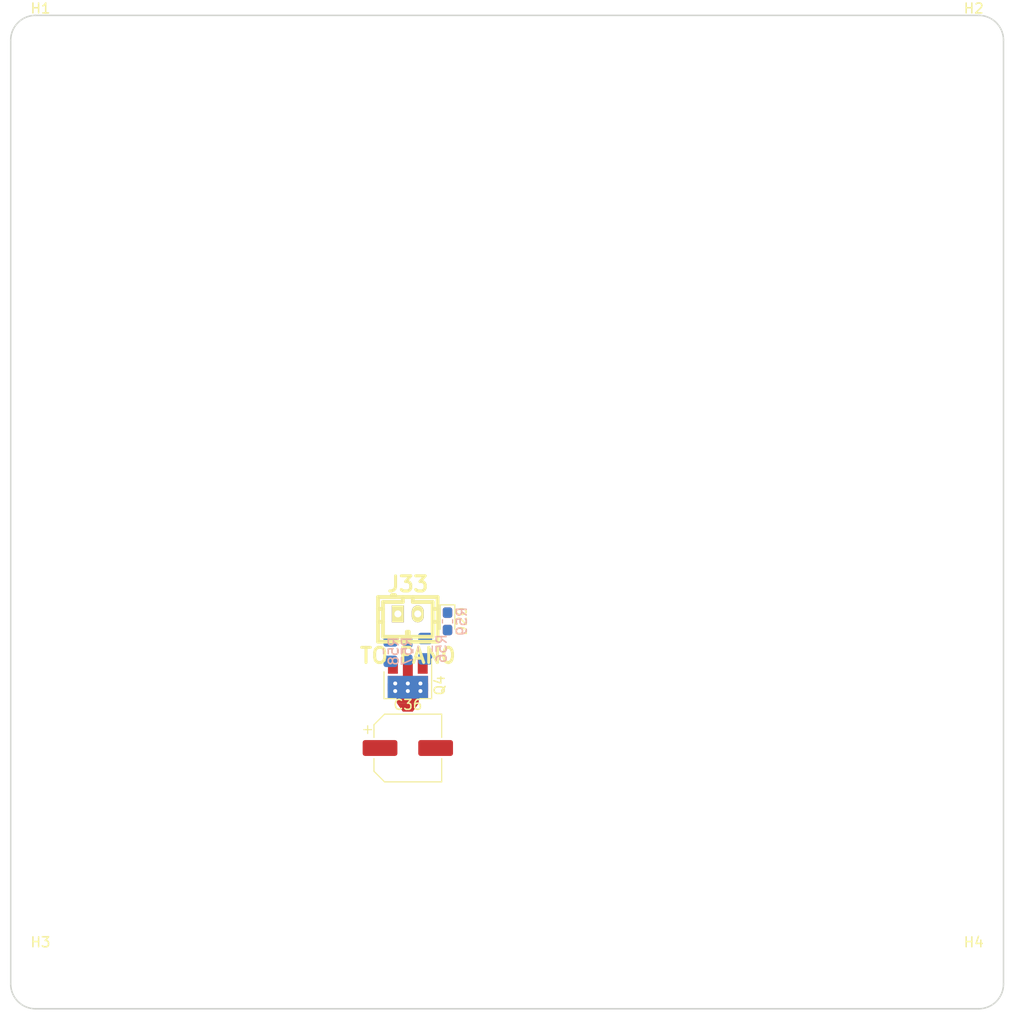
<source format=kicad_pcb>
(kicad_pcb (version 20171130) (host pcbnew 5.0.2-bee76a0~70~ubuntu18.04.1)

  (general
    (thickness 1.6)
    (drawings 8)
    (tracks 0)
    (zones 0)
    (modules 12)
    (nets 8)
  )

  (page A4)
  (layers
    (0 F.Cu signal)
    (31 B.Cu signal)
    (32 B.Adhes user)
    (33 F.Adhes user)
    (34 B.Paste user)
    (35 F.Paste user)
    (36 B.SilkS user)
    (37 F.SilkS user)
    (38 B.Mask user)
    (39 F.Mask user)
    (40 Dwgs.User user)
    (41 Cmts.User user)
    (42 Eco1.User user)
    (43 Eco2.User user)
    (44 Edge.Cuts user)
    (45 Margin user)
    (46 B.CrtYd user)
    (47 F.CrtYd user)
    (48 B.Fab user)
    (49 F.Fab user)
  )

  (setup
    (last_trace_width 0.25)
    (trace_clearance 0.2)
    (zone_clearance 0.508)
    (zone_45_only no)
    (trace_min 0.2)
    (segment_width 0.2)
    (edge_width 0.1)
    (via_size 0.8)
    (via_drill 0.4)
    (via_min_size 0.4)
    (via_min_drill 0.3)
    (uvia_size 0.3)
    (uvia_drill 0.1)
    (uvias_allowed no)
    (uvia_min_size 0.2)
    (uvia_min_drill 0.1)
    (pcb_text_width 0.3)
    (pcb_text_size 1.5 1.5)
    (mod_edge_width 0.15)
    (mod_text_size 1 1)
    (mod_text_width 0.15)
    (pad_size 1.5 1.5)
    (pad_drill 0.6)
    (pad_to_mask_clearance 0)
    (solder_mask_min_width 0.25)
    (aux_axis_origin 0 0)
    (visible_elements FFFFFF7F)
    (pcbplotparams
      (layerselection 0x010fc_ffffffff)
      (usegerberextensions false)
      (usegerberattributes false)
      (usegerberadvancedattributes false)
      (creategerberjobfile false)
      (excludeedgelayer true)
      (linewidth 0.100000)
      (plotframeref false)
      (viasonmask false)
      (mode 1)
      (useauxorigin false)
      (hpglpennumber 1)
      (hpglpenspeed 20)
      (hpglpendiameter 15.000000)
      (psnegative false)
      (psa4output false)
      (plotreference true)
      (plotvalue true)
      (plotinvisibletext false)
      (padsonsilk false)
      (subtractmaskfromsilk false)
      (outputformat 1)
      (mirror false)
      (drillshape 1)
      (scaleselection 1)
      (outputdirectory ""))
  )

  (net 0 "")
  (net 1 GND)
  (net 2 +12V)
  (net 3 "Net-(D20-Pad1)")
  (net 4 "Net-(Q4-Pad2)")
  (net 5 "Net-(Q4-Pad1)")
  (net 6 /FANS/FAN0/FAN_EN)
  (net 7 "Net-(D20-Pad2)")

  (net_class Default "This is the default net class."
    (clearance 0.2)
    (trace_width 0.25)
    (via_dia 0.8)
    (via_drill 0.4)
    (uvia_dia 0.3)
    (uvia_drill 0.1)
    (add_net +12V)
    (add_net /FANS/FAN0/FAN_EN)
    (add_net GND)
    (add_net "Net-(D20-Pad1)")
    (add_net "Net-(D20-Pad2)")
    (add_net "Net-(Q4-Pad1)")
    (add_net "Net-(Q4-Pad2)")
  )

  (module Capacitor_SMD:CP_Elec_6.3x5.3 (layer F.Cu) (tedit 5BCA39D0) (tstamp 5CCAABF5)
    (at 40 73.75)
    (descr "SMD capacitor, aluminum electrolytic, Cornell Dubilier, 6.3x5.3mm")
    (tags "capacitor electrolytic")
    (path /5CC2401E/5CC242A1/5CC8A040)
    (attr smd)
    (fp_text reference C36 (at 0 -4.35) (layer F.SilkS)
      (effects (font (size 1 1) (thickness 0.15)))
    )
    (fp_text value CP100uf,16V (at 0 4.35) (layer F.Fab)
      (effects (font (size 1 1) (thickness 0.15)))
    )
    (fp_circle (center 0 0) (end 3.15 0) (layer F.Fab) (width 0.1))
    (fp_line (start 3.3 -3.3) (end 3.3 3.3) (layer F.Fab) (width 0.1))
    (fp_line (start -2.3 -3.3) (end 3.3 -3.3) (layer F.Fab) (width 0.1))
    (fp_line (start -2.3 3.3) (end 3.3 3.3) (layer F.Fab) (width 0.1))
    (fp_line (start -3.3 -2.3) (end -3.3 2.3) (layer F.Fab) (width 0.1))
    (fp_line (start -3.3 -2.3) (end -2.3 -3.3) (layer F.Fab) (width 0.1))
    (fp_line (start -3.3 2.3) (end -2.3 3.3) (layer F.Fab) (width 0.1))
    (fp_line (start -2.704838 -1.33) (end -2.074838 -1.33) (layer F.Fab) (width 0.1))
    (fp_line (start -2.389838 -1.645) (end -2.389838 -1.015) (layer F.Fab) (width 0.1))
    (fp_line (start 3.41 3.41) (end 3.41 1.06) (layer F.SilkS) (width 0.12))
    (fp_line (start 3.41 -3.41) (end 3.41 -1.06) (layer F.SilkS) (width 0.12))
    (fp_line (start -2.345563 -3.41) (end 3.41 -3.41) (layer F.SilkS) (width 0.12))
    (fp_line (start -2.345563 3.41) (end 3.41 3.41) (layer F.SilkS) (width 0.12))
    (fp_line (start -3.41 2.345563) (end -3.41 1.06) (layer F.SilkS) (width 0.12))
    (fp_line (start -3.41 -2.345563) (end -3.41 -1.06) (layer F.SilkS) (width 0.12))
    (fp_line (start -3.41 -2.345563) (end -2.345563 -3.41) (layer F.SilkS) (width 0.12))
    (fp_line (start -3.41 2.345563) (end -2.345563 3.41) (layer F.SilkS) (width 0.12))
    (fp_line (start -4.4375 -1.8475) (end -3.65 -1.8475) (layer F.SilkS) (width 0.12))
    (fp_line (start -4.04375 -2.24125) (end -4.04375 -1.45375) (layer F.SilkS) (width 0.12))
    (fp_line (start 3.55 -3.55) (end 3.55 -1.05) (layer F.CrtYd) (width 0.05))
    (fp_line (start 3.55 -1.05) (end 4.8 -1.05) (layer F.CrtYd) (width 0.05))
    (fp_line (start 4.8 -1.05) (end 4.8 1.05) (layer F.CrtYd) (width 0.05))
    (fp_line (start 4.8 1.05) (end 3.55 1.05) (layer F.CrtYd) (width 0.05))
    (fp_line (start 3.55 1.05) (end 3.55 3.55) (layer F.CrtYd) (width 0.05))
    (fp_line (start -2.4 3.55) (end 3.55 3.55) (layer F.CrtYd) (width 0.05))
    (fp_line (start -2.4 -3.55) (end 3.55 -3.55) (layer F.CrtYd) (width 0.05))
    (fp_line (start -3.55 2.4) (end -2.4 3.55) (layer F.CrtYd) (width 0.05))
    (fp_line (start -3.55 -2.4) (end -2.4 -3.55) (layer F.CrtYd) (width 0.05))
    (fp_line (start -3.55 -2.4) (end -3.55 -1.05) (layer F.CrtYd) (width 0.05))
    (fp_line (start -3.55 1.05) (end -3.55 2.4) (layer F.CrtYd) (width 0.05))
    (fp_line (start -3.55 -1.05) (end -4.8 -1.05) (layer F.CrtYd) (width 0.05))
    (fp_line (start -4.8 -1.05) (end -4.8 1.05) (layer F.CrtYd) (width 0.05))
    (fp_line (start -4.8 1.05) (end -3.55 1.05) (layer F.CrtYd) (width 0.05))
    (fp_text user %R (at 0 0) (layer F.Fab)
      (effects (font (size 1 1) (thickness 0.15)))
    )
    (pad 1 smd roundrect (at -2.8 0) (size 3.5 1.6) (layers F.Cu F.Paste F.Mask) (roundrect_rratio 0.15625)
      (net 2 +12V))
    (pad 2 smd roundrect (at 2.8 0) (size 3.5 1.6) (layers F.Cu F.Paste F.Mask) (roundrect_rratio 0.15625)
      (net 1 GND))
    (model ${KISYS3DMOD}/Capacitor_SMD.3dshapes/CP_Elec_6.3x5.3.wrl
      (at (xyz 0 0 0))
      (scale (xyz 1 1 1))
      (rotate (xyz 0 0 0))
    )
  )

  (module LED_SMD:LED_0603_1608Metric_Pad1.05x0.95mm_HandSolder (layer F.Cu) (tedit 5B4B45C9) (tstamp 5CCAA54C)
    (at 44 61 270)
    (descr "LED SMD 0603 (1608 Metric), square (rectangular) end terminal, IPC_7351 nominal, (Body size source: http://www.tortai-tech.com/upload/download/2011102023233369053.pdf), generated with kicad-footprint-generator")
    (tags "LED handsolder")
    (path /5CC2401E/5CC242A1/5CC8A044)
    (attr smd)
    (fp_text reference D20 (at 0 -1.43 270) (layer F.SilkS)
      (effects (font (size 1 1) (thickness 0.15)))
    )
    (fp_text value LED_BLUE,0603 (at 0 1.43 270) (layer F.Fab)
      (effects (font (size 1 1) (thickness 0.15)))
    )
    (fp_line (start 0.8 -0.4) (end -0.5 -0.4) (layer F.Fab) (width 0.1))
    (fp_line (start -0.5 -0.4) (end -0.8 -0.1) (layer F.Fab) (width 0.1))
    (fp_line (start -0.8 -0.1) (end -0.8 0.4) (layer F.Fab) (width 0.1))
    (fp_line (start -0.8 0.4) (end 0.8 0.4) (layer F.Fab) (width 0.1))
    (fp_line (start 0.8 0.4) (end 0.8 -0.4) (layer F.Fab) (width 0.1))
    (fp_line (start 0.8 -0.735) (end -1.66 -0.735) (layer F.SilkS) (width 0.12))
    (fp_line (start -1.66 -0.735) (end -1.66 0.735) (layer F.SilkS) (width 0.12))
    (fp_line (start -1.66 0.735) (end 0.8 0.735) (layer F.SilkS) (width 0.12))
    (fp_line (start -1.65 0.73) (end -1.65 -0.73) (layer F.CrtYd) (width 0.05))
    (fp_line (start -1.65 -0.73) (end 1.65 -0.73) (layer F.CrtYd) (width 0.05))
    (fp_line (start 1.65 -0.73) (end 1.65 0.73) (layer F.CrtYd) (width 0.05))
    (fp_line (start 1.65 0.73) (end -1.65 0.73) (layer F.CrtYd) (width 0.05))
    (fp_text user %R (at 0 0 270) (layer F.Fab)
      (effects (font (size 0.4 0.4) (thickness 0.06)))
    )
    (pad 1 smd roundrect (at -0.875 0 270) (size 1.05 0.95) (layers F.Cu F.Paste F.Mask) (roundrect_rratio 0.25)
      (net 3 "Net-(D20-Pad1)"))
    (pad 2 smd roundrect (at 0.875 0 270) (size 1.05 0.95) (layers F.Cu F.Paste F.Mask) (roundrect_rratio 0.25)
      (net 7 "Net-(D20-Pad2)"))
    (model ${KISYS3DMOD}/LED_SMD.3dshapes/LED_0603_1608Metric.wrl
      (at (xyz 0 0 0))
      (scale (xyz 1 1 1))
      (rotate (xyz 0 0 0))
    )
  )

  (module Resistor_SMD:R_0603_1608Metric_Pad1.05x0.95mm_HandSolder (layer B.Cu) (tedit 5B301BBD) (tstamp 5CCA9F6B)
    (at 40 64 270)
    (descr "Resistor SMD 0603 (1608 Metric), square (rectangular) end terminal, IPC_7351 nominal with elongated pad for handsoldering. (Body size source: http://www.tortai-tech.com/upload/download/2011102023233369053.pdf), generated with kicad-footprint-generator")
    (tags "resistor handsolder")
    (path /5CC2401E/5CC242A1/5CC8A048)
    (attr smd)
    (fp_text reference R58 (at 0 1.43 270) (layer B.SilkS)
      (effects (font (size 1 1) (thickness 0.15)) (justify mirror))
    )
    (fp_text value R100,0603 (at 0 -1.43 270) (layer B.Fab)
      (effects (font (size 1 1) (thickness 0.15)) (justify mirror))
    )
    (fp_text user %R (at 0 0 270) (layer B.Fab)
      (effects (font (size 0.4 0.4) (thickness 0.06)) (justify mirror))
    )
    (fp_line (start 1.65 -0.73) (end -1.65 -0.73) (layer B.CrtYd) (width 0.05))
    (fp_line (start 1.65 0.73) (end 1.65 -0.73) (layer B.CrtYd) (width 0.05))
    (fp_line (start -1.65 0.73) (end 1.65 0.73) (layer B.CrtYd) (width 0.05))
    (fp_line (start -1.65 -0.73) (end -1.65 0.73) (layer B.CrtYd) (width 0.05))
    (fp_line (start -0.171267 -0.51) (end 0.171267 -0.51) (layer B.SilkS) (width 0.12))
    (fp_line (start -0.171267 0.51) (end 0.171267 0.51) (layer B.SilkS) (width 0.12))
    (fp_line (start 0.8 -0.4) (end -0.8 -0.4) (layer B.Fab) (width 0.1))
    (fp_line (start 0.8 0.4) (end 0.8 -0.4) (layer B.Fab) (width 0.1))
    (fp_line (start -0.8 0.4) (end 0.8 0.4) (layer B.Fab) (width 0.1))
    (fp_line (start -0.8 -0.4) (end -0.8 0.4) (layer B.Fab) (width 0.1))
    (pad 2 smd roundrect (at 0.875 0 270) (size 1.05 0.95) (layers B.Cu B.Paste B.Mask) (roundrect_rratio 0.25)
      (net 4 "Net-(Q4-Pad2)"))
    (pad 1 smd roundrect (at -0.875 0 270) (size 1.05 0.95) (layers B.Cu B.Paste B.Mask) (roundrect_rratio 0.25)
      (net 3 "Net-(D20-Pad1)"))
    (model ${KISYS3DMOD}/Resistor_SMD.3dshapes/R_0603_1608Metric.wrl
      (at (xyz 0 0 0))
      (scale (xyz 1 1 1))
      (rotate (xyz 0 0 0))
    )
  )

  (module Resistor_SMD:R_0603_1608Metric_Pad1.05x0.95mm_HandSolder (layer B.Cu) (tedit 5B301BBD) (tstamp 5CCA9F5A)
    (at 44 61 90)
    (descr "Resistor SMD 0603 (1608 Metric), square (rectangular) end terminal, IPC_7351 nominal with elongated pad for handsoldering. (Body size source: http://www.tortai-tech.com/upload/download/2011102023233369053.pdf), generated with kicad-footprint-generator")
    (tags "resistor handsolder")
    (path /5CC2401E/5CC242A1/5CC8A037)
    (attr smd)
    (fp_text reference R59 (at 0 1.43 90) (layer B.SilkS)
      (effects (font (size 1 1) (thickness 0.15)) (justify mirror))
    )
    (fp_text value R182,0603 (at 0 -1.43 90) (layer B.Fab)
      (effects (font (size 1 1) (thickness 0.15)) (justify mirror))
    )
    (fp_line (start -0.8 -0.4) (end -0.8 0.4) (layer B.Fab) (width 0.1))
    (fp_line (start -0.8 0.4) (end 0.8 0.4) (layer B.Fab) (width 0.1))
    (fp_line (start 0.8 0.4) (end 0.8 -0.4) (layer B.Fab) (width 0.1))
    (fp_line (start 0.8 -0.4) (end -0.8 -0.4) (layer B.Fab) (width 0.1))
    (fp_line (start -0.171267 0.51) (end 0.171267 0.51) (layer B.SilkS) (width 0.12))
    (fp_line (start -0.171267 -0.51) (end 0.171267 -0.51) (layer B.SilkS) (width 0.12))
    (fp_line (start -1.65 -0.73) (end -1.65 0.73) (layer B.CrtYd) (width 0.05))
    (fp_line (start -1.65 0.73) (end 1.65 0.73) (layer B.CrtYd) (width 0.05))
    (fp_line (start 1.65 0.73) (end 1.65 -0.73) (layer B.CrtYd) (width 0.05))
    (fp_line (start 1.65 -0.73) (end -1.65 -0.73) (layer B.CrtYd) (width 0.05))
    (fp_text user %R (at 0 0 90) (layer B.Fab)
      (effects (font (size 0.4 0.4) (thickness 0.06)) (justify mirror))
    )
    (pad 1 smd roundrect (at -0.875 0 90) (size 1.05 0.95) (layers B.Cu B.Paste B.Mask) (roundrect_rratio 0.25)
      (net 7 "Net-(D20-Pad2)"))
    (pad 2 smd roundrect (at 0.875 0 90) (size 1.05 0.95) (layers B.Cu B.Paste B.Mask) (roundrect_rratio 0.25)
      (net 2 +12V))
    (model ${KISYS3DMOD}/Resistor_SMD.3dshapes/R_0603_1608Metric.wrl
      (at (xyz 0 0 0))
      (scale (xyz 1 1 1))
      (rotate (xyz 0 0 0))
    )
  )

  (module Resistor_SMD:R_0805_2012Metric_Pad1.15x1.40mm_HandSolder (layer B.Cu) (tedit 5B36C52B) (tstamp 5CCA9F16)
    (at 41.75 63.75 90)
    (descr "Resistor SMD 0805 (2012 Metric), square (rectangular) end terminal, IPC_7351 nominal with elongated pad for handsoldering. (Body size source: https://docs.google.com/spreadsheets/d/1BsfQQcO9C6DZCsRaXUlFlo91Tg2WpOkGARC1WS5S8t0/edit?usp=sharing), generated with kicad-footprint-generator")
    (tags "resistor handsolder")
    (path /5CC2401E/5CC242A1/5CC8A042)
    (attr smd)
    (fp_text reference R56 (at 0 1.65 90) (layer B.SilkS)
      (effects (font (size 1 1) (thickness 0.15)) (justify mirror))
    )
    (fp_text value R100,0805 (at 0 -1.65 90) (layer B.Fab)
      (effects (font (size 1 1) (thickness 0.15)) (justify mirror))
    )
    (fp_line (start -1 -0.6) (end -1 0.6) (layer B.Fab) (width 0.1))
    (fp_line (start -1 0.6) (end 1 0.6) (layer B.Fab) (width 0.1))
    (fp_line (start 1 0.6) (end 1 -0.6) (layer B.Fab) (width 0.1))
    (fp_line (start 1 -0.6) (end -1 -0.6) (layer B.Fab) (width 0.1))
    (fp_line (start -0.261252 0.71) (end 0.261252 0.71) (layer B.SilkS) (width 0.12))
    (fp_line (start -0.261252 -0.71) (end 0.261252 -0.71) (layer B.SilkS) (width 0.12))
    (fp_line (start -1.85 -0.95) (end -1.85 0.95) (layer B.CrtYd) (width 0.05))
    (fp_line (start -1.85 0.95) (end 1.85 0.95) (layer B.CrtYd) (width 0.05))
    (fp_line (start 1.85 0.95) (end 1.85 -0.95) (layer B.CrtYd) (width 0.05))
    (fp_line (start 1.85 -0.95) (end -1.85 -0.95) (layer B.CrtYd) (width 0.05))
    (fp_text user %R (at 0 0 90) (layer B.Fab)
      (effects (font (size 0.5 0.5) (thickness 0.08)) (justify mirror))
    )
    (pad 1 smd roundrect (at -1.025 0 90) (size 1.15 1.4) (layers B.Cu B.Paste B.Mask) (roundrect_rratio 0.217391)
      (net 5 "Net-(Q4-Pad1)"))
    (pad 2 smd roundrect (at 1.025 0 90) (size 1.15 1.4) (layers B.Cu B.Paste B.Mask) (roundrect_rratio 0.217391)
      (net 6 /FANS/FAN0/FAN_EN))
    (model ${KISYS3DMOD}/Resistor_SMD.3dshapes/R_0805_2012Metric.wrl
      (at (xyz 0 0 0))
      (scale (xyz 1 1 1))
      (rotate (xyz 0 0 0))
    )
  )

  (module Resistor_SMD:R_0805_2012Metric_Pad1.15x1.40mm_HandSolder (layer B.Cu) (tedit 5B36C52B) (tstamp 5CCA9E9F)
    (at 38.25 64 90)
    (descr "Resistor SMD 0805 (2012 Metric), square (rectangular) end terminal, IPC_7351 nominal with elongated pad for handsoldering. (Body size source: https://docs.google.com/spreadsheets/d/1BsfQQcO9C6DZCsRaXUlFlo91Tg2WpOkGARC1WS5S8t0/edit?usp=sharing), generated with kicad-footprint-generator")
    (tags "resistor handsolder")
    (path /5CC2401E/5CC242A1/5CC8A033)
    (attr smd)
    (fp_text reference R57 (at 0 1.65 90) (layer B.SilkS)
      (effects (font (size 1 1) (thickness 0.15)) (justify mirror))
    )
    (fp_text value R104,0805 (at 0 -1.65 90) (layer B.Fab)
      (effects (font (size 1 1) (thickness 0.15)) (justify mirror))
    )
    (fp_text user %R (at 0 0 90) (layer B.Fab)
      (effects (font (size 0.5 0.5) (thickness 0.08)) (justify mirror))
    )
    (fp_line (start 1.85 -0.95) (end -1.85 -0.95) (layer B.CrtYd) (width 0.05))
    (fp_line (start 1.85 0.95) (end 1.85 -0.95) (layer B.CrtYd) (width 0.05))
    (fp_line (start -1.85 0.95) (end 1.85 0.95) (layer B.CrtYd) (width 0.05))
    (fp_line (start -1.85 -0.95) (end -1.85 0.95) (layer B.CrtYd) (width 0.05))
    (fp_line (start -0.261252 -0.71) (end 0.261252 -0.71) (layer B.SilkS) (width 0.12))
    (fp_line (start -0.261252 0.71) (end 0.261252 0.71) (layer B.SilkS) (width 0.12))
    (fp_line (start 1 -0.6) (end -1 -0.6) (layer B.Fab) (width 0.1))
    (fp_line (start 1 0.6) (end 1 -0.6) (layer B.Fab) (width 0.1))
    (fp_line (start -1 0.6) (end 1 0.6) (layer B.Fab) (width 0.1))
    (fp_line (start -1 -0.6) (end -1 0.6) (layer B.Fab) (width 0.1))
    (pad 2 smd roundrect (at 1.025 0 90) (size 1.15 1.4) (layers B.Cu B.Paste B.Mask) (roundrect_rratio 0.217391)
      (net 6 /FANS/FAN0/FAN_EN))
    (pad 1 smd roundrect (at -1.025 0 90) (size 1.15 1.4) (layers B.Cu B.Paste B.Mask) (roundrect_rratio 0.217391)
      (net 1 GND))
    (model ${KISYS3DMOD}/Resistor_SMD.3dshapes/R_0805_2012Metric.wrl
      (at (xyz 0 0 0))
      (scale (xyz 1 1 1))
      (rotate (xyz 0 0 0))
    )
  )

  (module footprint-lib:SOT-89-3,thermal_vias (layer F.Cu) (tedit 5CC92A83) (tstamp 5CCA9CAB)
    (at 40 67 270)
    (descr SOT-89-3)
    (tags SOT-89-3)
    (path /5CC2401E/5CC242A1/5CC87678)
    (attr smd)
    (fp_text reference Q4 (at 0.45 -3.2 270) (layer F.SilkS)
      (effects (font (size 1 1) (thickness 0.15)))
    )
    (fp_text value D882 (at 0.45 3.25 270) (layer F.Fab)
      (effects (font (size 1 1) (thickness 0.15)))
    )
    (fp_line (start -2.48 2.55) (end -2.48 -2.55) (layer F.CrtYd) (width 0.05))
    (fp_line (start -2.48 2.55) (end 3.23 2.55) (layer F.CrtYd) (width 0.05))
    (fp_line (start 3.23 -2.55) (end -2.48 -2.55) (layer F.CrtYd) (width 0.05))
    (fp_line (start 3.23 -2.55) (end 3.23 2.55) (layer F.CrtYd) (width 0.05))
    (fp_line (start -0.13 -2.3) (end 1.68 -2.3) (layer F.Fab) (width 0.1))
    (fp_line (start -0.92 2.3) (end -0.92 -1.51) (layer F.Fab) (width 0.1))
    (fp_line (start 1.68 2.3) (end -0.92 2.3) (layer F.Fab) (width 0.1))
    (fp_line (start 1.68 -2.3) (end 1.68 2.3) (layer F.Fab) (width 0.1))
    (fp_line (start -0.92 -1.51) (end -0.13 -2.3) (layer F.Fab) (width 0.1))
    (fp_line (start 1.78 -2.4) (end 1.78 -1.2) (layer F.SilkS) (width 0.12))
    (fp_line (start -2.22 -2.4) (end 1.78 -2.4) (layer F.SilkS) (width 0.12))
    (fp_line (start 1.78 2.4) (end -0.92 2.4) (layer F.SilkS) (width 0.12))
    (fp_line (start 1.78 1.2) (end 1.78 2.4) (layer F.SilkS) (width 0.12))
    (fp_text user %R (at 0.38 0) (layer F.Fab)
      (effects (font (size 0.6 0.6) (thickness 0.09)))
    )
    (pad 2 thru_hole rect (at 1.016 1.27 270) (size 1.524 1.524) (drill 0.4) (layers *.Cu *.Mask)
      (net 4 "Net-(Q4-Pad2)"))
    (pad 2 thru_hole rect (at 1.016 0 270) (size 1.524 1.524) (drill 0.4) (layers *.Cu *.Mask)
      (net 4 "Net-(Q4-Pad2)"))
    (pad 2 thru_hole rect (at 1.016 -1.27 270) (size 1.524 1.524) (drill 0.4) (layers *.Cu *.Mask)
      (net 4 "Net-(Q4-Pad2)"))
    (pad 2 thru_hole rect (at 0.254 1.27 270) (size 1.524 1.524) (drill 0.4) (layers *.Cu *.Mask)
      (net 4 "Net-(Q4-Pad2)"))
    (pad 2 thru_hole rect (at 0.254 -1.27 270) (size 1.524 1.524) (drill 0.4) (layers *.Cu *.Mask)
      (net 4 "Net-(Q4-Pad2)"))
    (pad 2 thru_hole rect (at 0.254 0 270) (size 1.524 1.524) (drill 0.4) (layers *.Cu *.Mask)
      (net 4 "Net-(Q4-Pad2)"))
    (pad 2 smd trapezoid (at -0.0762 0) (size 1.5 1) (rect_delta 0 0.7 ) (layers F.Cu F.Paste F.Mask)
      (net 4 "Net-(Q4-Pad2)"))
    (pad 2 smd rect (at 1.3335 0 180) (size 2.2 1.84) (layers F.Cu F.Paste F.Mask)
      (net 4 "Net-(Q4-Pad2)"))
    (pad 3 smd rect (at -1.48 1.5 180) (size 1 1.5) (layers F.Cu F.Paste F.Mask)
      (net 1 GND))
    (pad 2 smd rect (at -1.3335 0 180) (size 1 1.8) (layers F.Cu F.Paste F.Mask)
      (net 4 "Net-(Q4-Pad2)"))
    (pad 1 smd rect (at -1.48 -1.5 180) (size 1 1.5) (layers F.Cu F.Paste F.Mask)
      (net 5 "Net-(Q4-Pad1)"))
    (pad 2 smd trapezoid (at 2.667 0 180) (size 1.6 0.85) (rect_delta 0 0.6 ) (layers F.Cu F.Paste F.Mask)
      (net 4 "Net-(Q4-Pad2)"))
    (model ${KISYS3DMOD}/Package_TO_SOT_SMD.3dshapes/SOT-89-3.wrl
      (at (xyz 0 0 0))
      (scale (xyz 1 1 1))
      (rotate (xyz 0 0 0))
    )
  )

  (module footprint-lib:b2b-ph-kl,fan_pwm_out (layer F.Cu) (tedit 0) (tstamp 5CCA9B61)
    (at 40 60.25)
    (descr "JST PH series connector, B2B-PH-KL")
    (path /5CC2401E/5CC242A1/5CC242F9)
    (fp_text reference J33 (at 0 -2.99974) (layer F.SilkS)
      (effects (font (size 1.524 1.524) (thickness 0.3048)))
    )
    (fp_text value "TO FAN0" (at 0 4.20116) (layer F.SilkS)
      (effects (font (size 1.524 1.524) (thickness 0.3048)))
    )
    (fp_line (start -0.09906 2.30124) (end -0.09906 1.80086) (layer F.SilkS) (width 0.381))
    (fp_line (start -0.09906 1.80086) (end 0.09906 1.80086) (layer F.SilkS) (width 0.381))
    (fp_line (start 0.09906 1.80086) (end 0.09906 2.30124) (layer F.SilkS) (width 0.381))
    (fp_line (start 2.99974 -0.50038) (end 2.49936 -0.50038) (layer F.SilkS) (width 0.381))
    (fp_line (start 2.49936 0.8001) (end 2.99974 0.8001) (layer F.SilkS) (width 0.381))
    (fp_line (start -2.49936 0.8001) (end -2.99974 0.8001) (layer F.SilkS) (width 0.381))
    (fp_line (start -2.49936 -0.50038) (end -2.99974 -0.50038) (layer F.SilkS) (width 0.381))
    (fp_line (start -0.50038 -1.69926) (end -0.50038 -1.19888) (layer F.SilkS) (width 0.381))
    (fp_line (start -0.50038 -1.19888) (end -2.49936 -1.19888) (layer F.SilkS) (width 0.381))
    (fp_line (start -2.49936 -1.19888) (end -2.49936 2.30124) (layer F.SilkS) (width 0.381))
    (fp_line (start -2.49936 2.30124) (end 2.49936 2.30124) (layer F.SilkS) (width 0.381))
    (fp_line (start 2.49936 2.30124) (end 2.49936 -1.19888) (layer F.SilkS) (width 0.381))
    (fp_line (start 2.49936 -1.19888) (end 0.50038 -1.19888) (layer F.SilkS) (width 0.381))
    (fp_line (start 0.50038 -1.19888) (end 0.50038 -1.69926) (layer F.SilkS) (width 0.381))
    (fp_line (start -2.99974 -1.69926) (end -2.99974 2.79908) (layer F.SilkS) (width 0.381))
    (fp_line (start 2.99974 -1.69926) (end 2.99974 2.79908) (layer F.SilkS) (width 0.381))
    (fp_line (start -1.30048 -1.69926) (end -1.30048 -1.89992) (layer F.SilkS) (width 0.381))
    (fp_line (start -1.30048 -1.89992) (end -1.6002 -1.89992) (layer F.SilkS) (width 0.381))
    (fp_line (start -1.6002 -1.89992) (end -1.6002 -1.69926) (layer F.SilkS) (width 0.381))
    (fp_line (start 2.99974 -1.69926) (end -2.99974 -1.69926) (layer F.SilkS) (width 0.381))
    (fp_line (start -2.99974 2.79908) (end 2.99974 2.79908) (layer F.SilkS) (width 0.381))
    (pad 1 thru_hole rect (at -1.00076 0) (size 1.19888 1.69926) (drill 0.70104) (layers *.Cu *.Mask F.SilkS)
      (net 2 +12V))
    (pad 2 thru_hole oval (at 1.00076 0) (size 1.19888 1.69926) (drill 0.70104) (layers *.Cu *.Mask F.SilkS)
      (net 3 "Net-(D20-Pad1)"))
    (model ${HOME}/_workspace/kicad/kicad_library/smisioto-footprints/modules/packages3d/walter/conn_jst-ph/b2b-ph-kl.wrl
      (at (xyz 0 0 0))
      (scale (xyz 1 1 1))
      (rotate (xyz 0 0 0))
    )
  )

  (module MountingHole:MountingHole_2.7mm_M2.5 locked (layer F.Cu) (tedit 5CC9656A) (tstamp 5CC97AE5)
    (at 3 97)
    (descr "Mounting Hole 2.7mm, no annular, M2.5")
    (tags "mounting hole 2.7mm no annular m2.5")
    (path /5CC19E46)
    (attr virtual)
    (fp_text reference H3 (at 0 -3.7) (layer F.SilkS)
      (effects (font (size 1 1) (thickness 0.15)))
    )
    (fp_text value MOUNT_M3 (at 0 3.7) (layer F.Fab)
      (effects (font (size 1 1) (thickness 0.15)))
    )
    (fp_text user %R (at 0.3 0) (layer F.Fab)
      (effects (font (size 1 1) (thickness 0.15)))
    )
    (fp_circle (center 0 0) (end 2.7 0) (layer Cmts.User) (width 0.15))
    (fp_circle (center 0 0) (end 2.95 0) (layer F.CrtYd) (width 0.05))
    (pad 1 np_thru_hole circle (at 0 0) (size 2.7 2.7) (drill 2.7) (layers *.Cu *.Mask))
  )

  (module MountingHole:MountingHole_2.7mm_M2.5 locked (layer F.Cu) (tedit 5CC96570) (tstamp 5CCDA043)
    (at 97 97)
    (descr "Mounting Hole 2.7mm, no annular, M2.5")
    (tags "mounting hole 2.7mm no annular m2.5")
    (path /5CC19EB8)
    (attr virtual)
    (fp_text reference H4 (at 0 -3.7) (layer F.SilkS)
      (effects (font (size 1 1) (thickness 0.15)))
    )
    (fp_text value MOUNT_M3 (at 0 3.7) (layer F.Fab)
      (effects (font (size 1 1) (thickness 0.15)))
    )
    (fp_text user %R (at 0.3 0) (layer F.Fab)
      (effects (font (size 1 1) (thickness 0.15)))
    )
    (fp_circle (center 0 0) (end 2.7 0) (layer Cmts.User) (width 0.15))
    (fp_circle (center 0 0) (end 2.95 0) (layer F.CrtYd) (width 0.05))
    (pad 1 np_thru_hole circle (at 0 0) (size 2.7 2.7) (drill 2.7) (layers *.Cu *.Mask))
  )

  (module MountingHole:MountingHole_2.7mm_M2.5 locked (layer F.Cu) (tedit 5CC9655B) (tstamp 5CCDA043)
    (at 3 3)
    (descr "Mounting Hole 2.7mm, no annular, M2.5")
    (tags "mounting hole 2.7mm no annular m2.5")
    (path /5CC19F6E)
    (attr virtual)
    (fp_text reference H1 (at 0 -3.7) (layer F.SilkS)
      (effects (font (size 1 1) (thickness 0.15)))
    )
    (fp_text value MOUNT_M3 (at 0 3.7) (layer F.Fab)
      (effects (font (size 1 1) (thickness 0.15)))
    )
    (fp_text user %R (at 0.3 0) (layer F.Fab)
      (effects (font (size 1 1) (thickness 0.15)))
    )
    (fp_circle (center 0 0) (end 2.7 0) (layer Cmts.User) (width 0.15))
    (fp_circle (center 0 0) (end 2.95 0) (layer F.CrtYd) (width 0.05))
    (pad 1 np_thru_hole circle (at 0 0) (size 2.7 2.7) (drill 2.7) (layers *.Cu *.Mask))
  )

  (module MountingHole:MountingHole_2.7mm_M2.5 locked (layer F.Cu) (tedit 5CC96563) (tstamp 5CCD93C2)
    (at 97 3)
    (descr "Mounting Hole 2.7mm, no annular, M2.5")
    (tags "mounting hole 2.7mm no annular m2.5")
    (path /5CC19F4A)
    (attr virtual)
    (fp_text reference H2 (at 0 -3.7) (layer F.SilkS)
      (effects (font (size 1 1) (thickness 0.15)))
    )
    (fp_text value MOUNT_M3 (at 0 3.7) (layer F.Fab)
      (effects (font (size 1 1) (thickness 0.15)))
    )
    (fp_circle (center 0 0) (end 2.95 0) (layer F.CrtYd) (width 0.05))
    (fp_circle (center 0 0) (end 2.7 0) (layer Cmts.User) (width 0.15))
    (fp_text user %R (at 0.3 0) (layer F.Fab)
      (effects (font (size 1 1) (thickness 0.15)))
    )
    (pad 1 np_thru_hole circle (at 0 0) (size 2.7 2.7) (drill 2.7) (layers *.Cu *.Mask))
  )

  (gr_arc (start 2.5 97.5) (end 0 97.5) (angle -90) (layer Edge.Cuts) (width 0.15) (tstamp 5CC1E782))
  (gr_arc (start 97.5 97.5) (end 97.5 100) (angle -90) (layer Edge.Cuts) (width 0.15))
  (gr_arc (start 97.5 2.5) (end 100 2.5) (angle -90) (layer Edge.Cuts) (width 0.15))
  (gr_arc (start 2.5 2.5) (end 2.5 0) (angle -90) (layer Edge.Cuts) (width 0.15) (tstamp 5CC2D8B1))
  (gr_line (start 97.5 0) (end 2.5 0) (layer Edge.Cuts) (width 0.15))
  (gr_line (start 100 97.5) (end 100 2.5) (layer Edge.Cuts) (width 0.15))
  (gr_line (start 2.5 100) (end 97.5 100) (layer Edge.Cuts) (width 0.15) (tstamp 5CCAFE9E))
  (gr_line (start 0 2.5) (end 0 97.5) (layer Edge.Cuts) (width 0.15))

)

</source>
